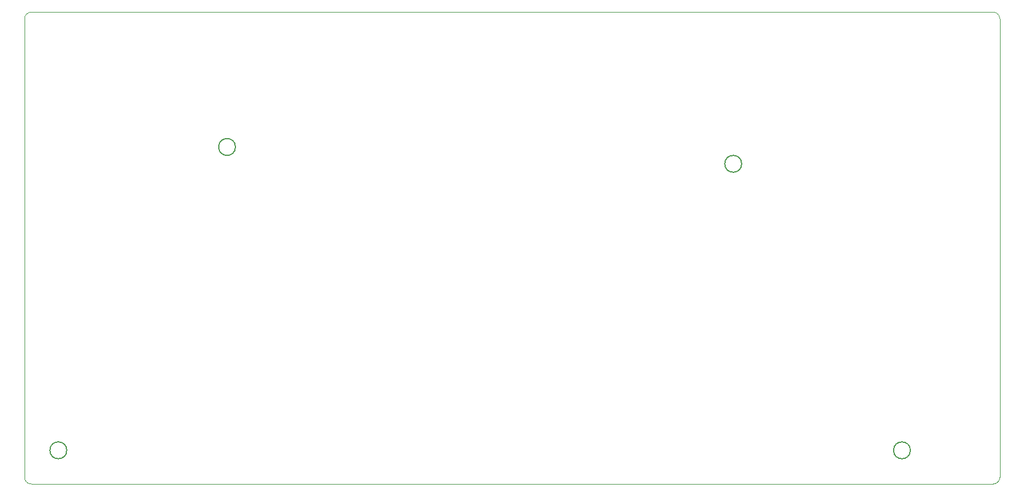
<source format=gbr>
%TF.GenerationSoftware,KiCad,Pcbnew,8.0.5*%
%TF.CreationDate,2024-10-10T20:21:21+02:00*%
%TF.ProjectId,Glasbaustein,476c6173-6261-4757-9374-65696e2e6b69,rev?*%
%TF.SameCoordinates,Original*%
%TF.FileFunction,Profile,NP*%
%FSLAX46Y46*%
G04 Gerber Fmt 4.6, Leading zero omitted, Abs format (unit mm)*
G04 Created by KiCad (PCBNEW 8.0.5) date 2024-10-10 20:21:21*
%MOMM*%
%LPD*%
G01*
G04 APERTURE LIST*
%TA.AperFunction,Profile*%
%ADD10C,0.200000*%
%TD*%
%TA.AperFunction,Profile*%
%ADD11C,0.050000*%
%TD*%
G04 APERTURE END LIST*
D10*
X71250000Y-60000000D02*
G75*
G02*
X68750000Y-60000000I-1250000J0D01*
G01*
X68750000Y-60000000D02*
G75*
G02*
X71250000Y-60000000I1250000J0D01*
G01*
X146250000Y-62500000D02*
G75*
G02*
X143750000Y-62500000I-1250000J0D01*
G01*
X143750000Y-62500000D02*
G75*
G02*
X146250000Y-62500000I1250000J0D01*
G01*
X171250000Y-105000000D02*
G75*
G02*
X168750000Y-105000000I-1250000J0D01*
G01*
X168750000Y-105000000D02*
G75*
G02*
X171250000Y-105000000I1250000J0D01*
G01*
X46250000Y-105000000D02*
G75*
G02*
X43750000Y-105000000I-1250000J0D01*
G01*
X43750000Y-105000000D02*
G75*
G02*
X46250000Y-105000000I1250000J0D01*
G01*
D11*
X41000000Y-110000000D02*
G75*
G02*
X40000000Y-109000000I0J1000000D01*
G01*
X184500000Y-109000000D02*
G75*
G02*
X183500000Y-110000000I-1000000J0D01*
G01*
X40000000Y-41000000D02*
G75*
G02*
X41000000Y-40000000I1000000J0D01*
G01*
X183500000Y-40000000D02*
G75*
G02*
X184500000Y-41000000I0J-1000000D01*
G01*
X40000000Y-109000000D02*
X40000000Y-41000000D01*
X184500000Y-41000000D02*
X184500000Y-109000000D01*
X183500000Y-110000000D02*
X41000000Y-110000000D01*
X41000000Y-40000000D02*
X183500000Y-40000000D01*
M02*

</source>
